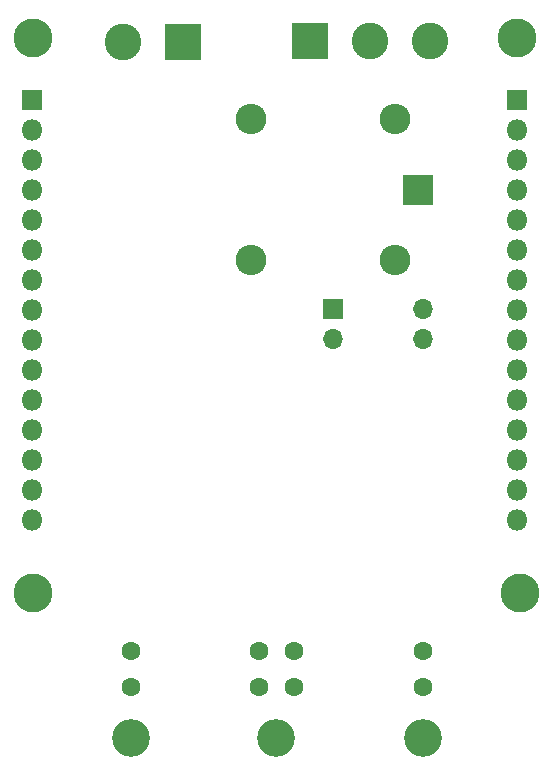
<source format=gbs>
%TF.GenerationSoftware,KiCad,Pcbnew,5.1.5+dfsg1-2build2*%
%TF.CreationDate,2021-01-24T18:27:10+01:00*%
%TF.ProjectId,Placa-Caja-Coccion,506c6163-612d-4436-916a-612d436f6363,rev?*%
%TF.SameCoordinates,Original*%
%TF.FileFunction,Soldermask,Bot*%
%TF.FilePolarity,Negative*%
%FSLAX46Y46*%
G04 Gerber Fmt 4.6, Leading zero omitted, Abs format (unit mm)*
G04 Created by KiCad (PCBNEW 5.1.5+dfsg1-2build2) date 2021-01-24 18:27:10*
%MOMM*%
%LPD*%
G04 APERTURE LIST*
%ADD10C,3.300000*%
%ADD11C,3.100000*%
%ADD12R,3.100000X3.100000*%
%ADD13C,1.600000*%
%ADD14C,3.200000*%
%ADD15R,2.600000X2.600000*%
%ADD16O,2.600000X2.600000*%
%ADD17R,1.800000X1.800000*%
%ADD18O,1.800000X1.800000*%
%ADD19R,1.700000X1.700000*%
%ADD20O,1.700000X1.700000*%
G04 APERTURE END LIST*
D10*
X126500000Y-119500000D03*
X126500000Y-72500000D03*
X167500000Y-72500000D03*
X167750000Y-119500000D03*
D11*
X134170000Y-72847200D03*
D12*
X139250000Y-72847200D03*
D11*
X160160000Y-72750000D03*
X155080000Y-72750000D03*
D12*
X150000000Y-72750000D03*
D13*
X159517080Y-124452120D03*
X159517080Y-127452120D03*
D14*
X159517080Y-131772120D03*
D15*
X159146240Y-85364320D03*
D16*
X157146240Y-79364320D03*
X144946240Y-79364320D03*
X144946240Y-91364320D03*
X157146240Y-91364320D03*
D13*
X148640800Y-124452120D03*
X148640800Y-127452120D03*
X145640800Y-124452120D03*
X145640800Y-127452120D03*
D14*
X147140800Y-131772120D03*
D17*
X126486920Y-77779880D03*
D18*
X126486920Y-80319880D03*
X126486920Y-82859880D03*
X126486920Y-85399880D03*
X126486920Y-87939880D03*
X126486920Y-90479880D03*
X126486920Y-93019880D03*
X126486920Y-95559880D03*
X126486920Y-98099880D03*
X126486920Y-100639880D03*
X126486920Y-103179880D03*
X126486920Y-105719880D03*
X126486920Y-108259880D03*
X126486920Y-110799880D03*
X126486920Y-113339880D03*
X167543480Y-113334800D03*
X167543480Y-110794800D03*
X167543480Y-108254800D03*
X167543480Y-105714800D03*
X167543480Y-103174800D03*
X167543480Y-100634800D03*
X167543480Y-98094800D03*
X167543480Y-95554800D03*
X167543480Y-93014800D03*
X167543480Y-90474800D03*
X167543480Y-87934800D03*
X167543480Y-85394800D03*
X167543480Y-82854800D03*
X167543480Y-80314800D03*
D17*
X167543480Y-77774800D03*
D14*
X134792720Y-131772120D03*
D13*
X134792720Y-127452120D03*
X134792720Y-124452120D03*
D19*
X151937720Y-95443040D03*
D20*
X159557720Y-97983040D03*
X151937720Y-97983040D03*
X159557720Y-95443040D03*
M02*

</source>
